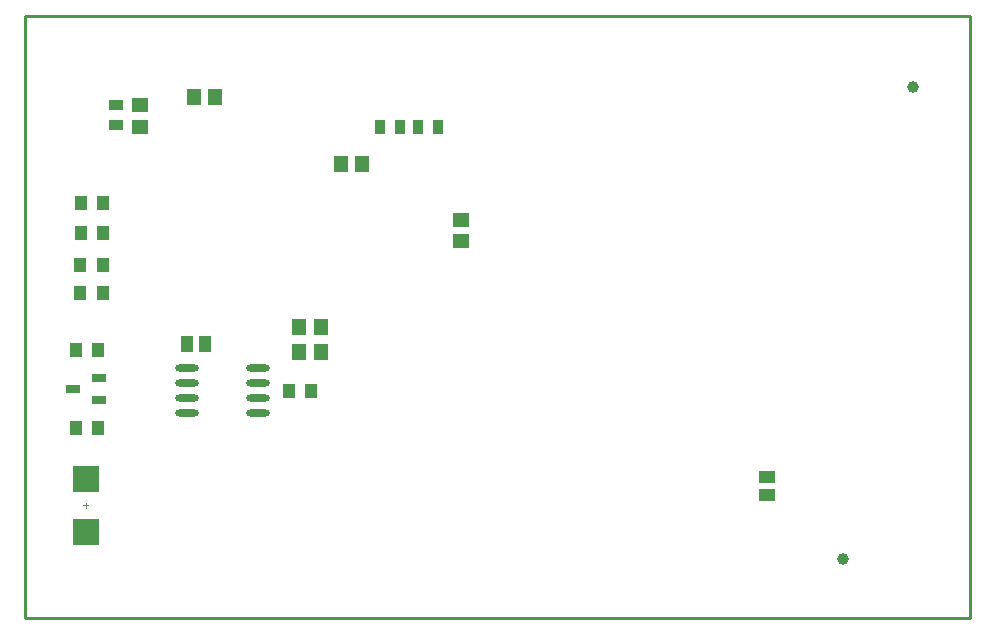
<source format=gbp>
%FSLAX25Y25*%
%MOIN*%
G70*
G01*
G75*
G04 Layer_Color=128*
%ADD10C,0.03937*%
%ADD11R,0.05315X0.06102*%
%ADD12O,0.07480X0.02362*%
%ADD13O,0.08268X0.01181*%
%ADD14O,0.01181X0.08268*%
%ADD15R,0.04528X0.10630*%
%ADD16R,0.04528X0.05709*%
%ADD17R,0.05118X0.03347*%
%ADD18O,0.23622X0.09843*%
G04:AMPARAMS|DCode=19|XSize=98.43mil|YSize=236.22mil|CornerRadius=0mil|HoleSize=0mil|Usage=FLASHONLY|Rotation=90.000|XOffset=0mil|YOffset=0mil|HoleType=Round|Shape=Octagon|*
%AMOCTAGOND19*
4,1,8,-0.11811,-0.02461,-0.11811,0.02461,-0.09350,0.04921,0.09350,0.04921,0.11811,0.02461,0.11811,-0.02461,0.09350,-0.04921,-0.09350,-0.04921,-0.11811,-0.02461,0.0*
%
%ADD19OCTAGOND19*%

%ADD20R,0.05118X0.05906*%
%ADD21R,0.03347X0.05118*%
%ADD22R,0.09213X0.08600*%
%ADD23R,0.02362X0.04528*%
%ADD24R,0.02362X0.07874*%
%ADD25O,0.02362X0.07874*%
%ADD26R,0.18898X0.20079*%
%ADD27R,0.03937X0.11811*%
%ADD28R,0.07874X0.01575*%
%ADD29R,0.01575X0.03937*%
%ADD30R,0.04724X0.03937*%
%ADD31R,0.05709X0.04528*%
%ADD32C,0.03937*%
%ADD33C,0.00800*%
%ADD34C,0.01500*%
%ADD35C,0.05000*%
%ADD36C,0.02000*%
%ADD37C,0.03000*%
%ADD38C,0.01200*%
%ADD39C,0.01000*%
%ADD40C,0.04000*%
%ADD41C,0.00394*%
%ADD42C,0.05906*%
%ADD43R,0.05906X0.05906*%
%ADD44C,0.04331*%
%ADD45O,0.05000X0.04000*%
%ADD46C,0.05000*%
%ADD47C,0.07087*%
%ADD48C,0.05315*%
%ADD49C,0.06299*%
%ADD50C,0.10630*%
%ADD51R,0.10630X0.10630*%
%ADD52C,0.08661*%
%ADD53C,0.02400*%
%ADD54C,0.03600*%
%ADD55R,0.03937X0.04724*%
%ADD56R,0.04331X0.05512*%
%ADD57R,0.04724X0.03150*%
%ADD58O,0.07874X0.02400*%
%ADD59O,0.07874X0.02402*%
%ADD60R,0.05512X0.04331*%
%ADD61R,0.09055X0.09055*%
%ADD62C,0.02362*%
%ADD63C,0.00984*%
%ADD64C,0.00787*%
%ADD65C,0.01575*%
%ADD66C,0.00700*%
%ADD67R,0.08000X0.01075*%
%ADD68R,0.07284X0.03866*%
%ADD69C,0.05906*%
%ADD70R,0.06115X0.06902*%
%ADD71O,0.08280X0.03162*%
%ADD72O,0.09068X0.01981*%
%ADD73O,0.01981X0.09068*%
%ADD74R,0.05328X0.11430*%
%ADD75R,0.05328X0.06509*%
%ADD76R,0.05918X0.04147*%
%ADD77O,0.24422X0.10642*%
G04:AMPARAMS|DCode=78|XSize=106.42mil|YSize=244.22mil|CornerRadius=0mil|HoleSize=0mil|Usage=FLASHONLY|Rotation=90.000|XOffset=0mil|YOffset=0mil|HoleType=Round|Shape=Octagon|*
%AMOCTAGOND78*
4,1,8,-0.12211,-0.02661,-0.12211,0.02661,-0.09550,0.05321,0.09550,0.05321,0.12211,0.02661,0.12211,-0.02661,0.09550,-0.05321,-0.09550,-0.05321,-0.12211,-0.02661,0.0*
%
%ADD78OCTAGOND78*%

%ADD79R,0.05918X0.06706*%
%ADD80R,0.04147X0.05918*%
%ADD81R,0.10013X0.09400*%
%ADD82R,0.03162X0.05328*%
%ADD83R,0.03162X0.08674*%
%ADD84O,0.03162X0.08674*%
%ADD85R,0.19698X0.20879*%
%ADD86R,0.04737X0.12611*%
%ADD87R,0.08674X0.02375*%
%ADD88R,0.02375X0.04737*%
%ADD89R,0.05524X0.04737*%
%ADD90R,0.06509X0.05328*%
%ADD91C,0.04737*%
%ADD92C,0.06706*%
%ADD93R,0.06706X0.06706*%
%ADD94C,0.05131*%
%ADD95O,0.05800X0.04800*%
%ADD96C,0.05800*%
%ADD97C,0.07887*%
%ADD98C,0.06115*%
%ADD99C,0.07099*%
%ADD100C,0.11430*%
%ADD101R,0.11430X0.11430*%
%ADD102C,0.09461*%
%ADD103C,0.03200*%
%ADD104R,0.04737X0.05524*%
%ADD105R,0.05131X0.06312*%
%ADD106R,0.05524X0.03950*%
%ADD107O,0.08674X0.03200*%
%ADD108O,0.08674X0.03202*%
%ADD109R,0.06312X0.05131*%
%ADD110R,0.09855X0.09855*%
D16*
X98463Y88894D02*
D03*
X91376D02*
D03*
X98463Y97094D02*
D03*
X91376D02*
D03*
X105276Y151494D02*
D03*
X112363D02*
D03*
X63363Y173894D02*
D03*
X56276D02*
D03*
D17*
X30120Y171140D02*
D03*
Y164447D02*
D03*
D21*
X124966Y163694D02*
D03*
X118273D02*
D03*
X137566D02*
D03*
X130873D02*
D03*
D31*
X38220Y163950D02*
D03*
Y171037D02*
D03*
X145420Y132737D02*
D03*
Y125650D02*
D03*
D32*
X296063Y177165D02*
D03*
X272441Y19685D02*
D03*
D39*
X0Y0D02*
X314961D01*
Y200787D01*
X0D02*
X314961D01*
X0Y0D02*
Y200787D01*
D41*
X20120Y36906D02*
Y38481D01*
X19332Y37694D02*
X20907D01*
D55*
X25860Y108294D02*
D03*
X18380D02*
D03*
X25860Y117794D02*
D03*
X18380D02*
D03*
X26060Y128394D02*
D03*
X18579D02*
D03*
X25960Y138294D02*
D03*
X18480D02*
D03*
X95260Y75894D02*
D03*
X87779D02*
D03*
X24260Y89394D02*
D03*
X16780D02*
D03*
X24260Y63394D02*
D03*
X16780D02*
D03*
D56*
X54067Y91394D02*
D03*
X59973D02*
D03*
D57*
X24456Y80133D02*
D03*
Y72653D02*
D03*
X15795Y76393D02*
D03*
D58*
X53898Y78394D02*
D03*
Y73394D02*
D03*
X77520Y83394D02*
D03*
Y73394D02*
D03*
Y68394D02*
D03*
X53898D02*
D03*
D59*
X77520Y78394D02*
D03*
X53898Y83394D02*
D03*
D60*
X247420Y41241D02*
D03*
Y47146D02*
D03*
D61*
X20120Y28835D02*
D03*
Y46552D02*
D03*
M02*

</source>
